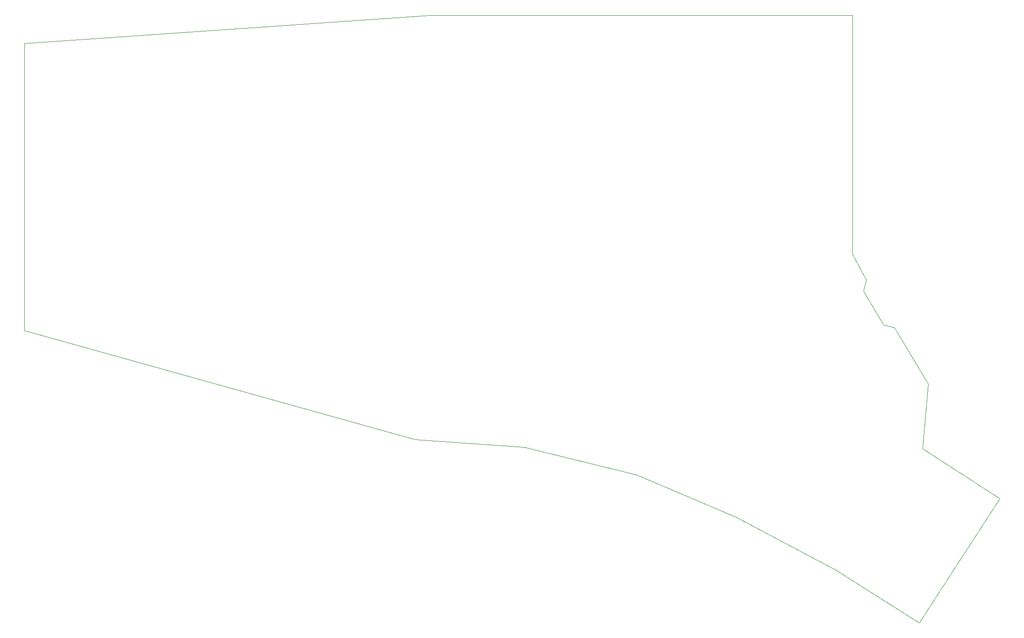
<source format=gbr>
%TF.GenerationSoftware,KiCad,Pcbnew,6.0.7*%
%TF.CreationDate,2022-09-14T22:19:13-04:00*%
%TF.ProjectId,flutter_v2_wren,666c7574-7465-4725-9f76-325f7772656e,v1.0.0*%
%TF.SameCoordinates,Original*%
%TF.FileFunction,Profile,NP*%
%FSLAX46Y46*%
G04 Gerber Fmt 4.6, Leading zero omitted, Abs format (unit mm)*
G04 Created by KiCad (PCBNEW 6.0.7) date 2022-09-14 22:19:13*
%MOMM*%
%LPD*%
G01*
G04 APERTURE LIST*
%TA.AperFunction,Profile*%
%ADD10C,0.050000*%
%TD*%
G04 APERTURE END LIST*
D10*
X140500000Y500000D02*
X138000000Y5000000D01*
X140000000Y-1500000D02*
X140500000Y500000D01*
X143500000Y-7500000D02*
X140000000Y-1500000D01*
X145500000Y-8000000D02*
X143500000Y-7500000D01*
X151500000Y-18000000D02*
X145500000Y-8000000D01*
X-9000000Y42500000D02*
X63000000Y47500000D01*
X-9000000Y-8500000D02*
X-9000000Y42500000D01*
X60353914Y-27921765D02*
X-9000000Y-8500000D01*
X79653489Y-29278454D02*
X60353914Y-27921765D01*
X99671312Y-34159877D02*
X79653489Y-29278454D01*
X117348180Y-41741378D02*
X99671312Y-34159877D01*
X135104854Y-51065294D02*
X117348180Y-41741378D01*
X149842228Y-60482316D02*
X135104854Y-51065294D01*
X164167274Y-38389556D02*
X149842228Y-60482316D01*
X150500000Y-29500000D02*
X164167274Y-38389556D01*
X151500000Y-18000000D02*
X150500000Y-29500000D01*
X138000000Y47500000D02*
X138000000Y5000000D01*
X63000000Y47500000D02*
X138000000Y47500000D01*
M02*

</source>
